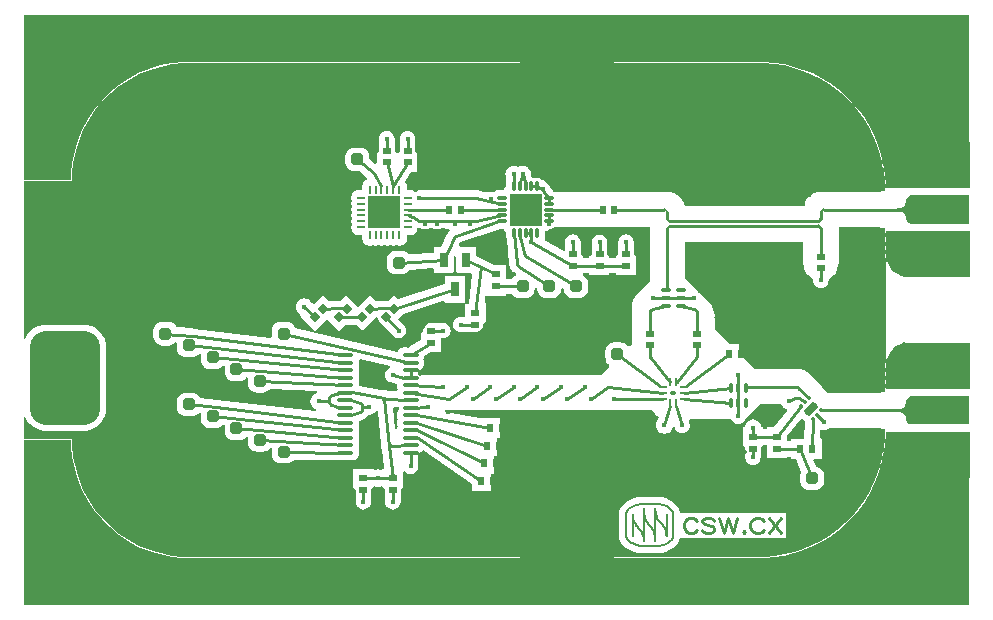
<source format=gtl>
%FSTAX23Y23*%
%MOIN*%
%SFA1B1*%

%IPPOS*%
%AMD13*
4,1,4,0.018000,-0.001300,-0.001300,0.018000,-0.018000,0.001300,0.001300,-0.018000,0.018000,-0.001300,0.0*
%
%AMD15*
4,1,8,-0.022600,-0.005900,0.022600,-0.005900,0.025600,-0.003000,0.025600,0.003000,0.022600,0.005900,-0.022600,0.005900,-0.025600,0.003000,-0.025600,-0.003000,-0.022600,-0.005900,0.0*
1,1,0.005900,-0.022600,-0.003000*
1,1,0.005900,0.022600,-0.003000*
1,1,0.005900,0.022600,0.003000*
1,1,0.005900,-0.022600,0.003000*
%
%AMD16*
4,1,8,0.013800,-0.002500,0.013800,0.002500,0.011300,0.004900,-0.011300,0.004900,-0.013800,0.002500,-0.013800,-0.002500,-0.011300,-0.004900,0.011300,-0.004900,0.013800,-0.002500,0.0*
1,1,0.004920,0.011300,-0.002500*
1,1,0.004920,0.011300,0.002500*
1,1,0.004920,-0.011300,0.002500*
1,1,0.004920,-0.011300,-0.002500*
%
%AMD17*
4,1,8,-0.002500,-0.013800,0.002500,-0.013800,0.004900,-0.011300,0.004900,0.011300,0.002500,0.013800,-0.002500,0.013800,-0.004900,0.011300,-0.004900,-0.011300,-0.002500,-0.013800,0.0*
1,1,0.004920,-0.002500,-0.011300*
1,1,0.004920,0.002500,-0.011300*
1,1,0.004920,0.002500,0.011300*
1,1,0.004920,-0.002500,0.011300*
%
%AMD20*
4,1,8,0.012800,0.005900,-0.012800,0.005900,-0.015700,0.003000,-0.015700,-0.003000,-0.012800,-0.005900,0.012800,-0.005900,0.015700,-0.003000,0.015700,0.003000,0.012800,0.005900,0.0*
1,1,0.005900,0.012800,0.003000*
1,1,0.005900,-0.012800,0.003000*
1,1,0.005900,-0.012800,-0.003000*
1,1,0.005900,0.012800,-0.003000*
%
%AMD21*
4,1,8,0.003100,-0.006600,0.006600,-0.003100,0.006600,0.000400,0.000400,0.006600,-0.003100,0.006600,-0.006600,0.003100,-0.006600,-0.000400,-0.000400,-0.006600,0.003100,-0.006600,0.0*
1,1,0.004920,0.001300,-0.004900*
1,1,0.004920,0.004900,-0.001300*
1,1,0.004920,-0.001300,0.004900*
1,1,0.004920,-0.004900,0.001300*
%
%AMD22*
4,1,8,0.003100,-0.006600,0.006600,-0.003100,0.006600,0.000400,0.000400,0.006600,-0.003100,0.006600,-0.006600,0.003100,-0.006600,-0.000400,-0.000400,-0.006600,0.003100,-0.006600,0.0*
1,1,0.004920,0.001300,-0.004900*
1,1,0.004920,0.004900,-0.001300*
1,1,0.004920,-0.001300,0.004900*
1,1,0.004920,-0.004900,0.001300*
%
%AMD23*
4,1,8,-0.002100,-0.021600,0.021600,0.002100,0.021600,0.011800,0.011800,0.021600,0.002100,0.021600,-0.021600,-0.002100,-0.021600,-0.011800,-0.011800,-0.021600,-0.002100,-0.021600,0.0*
1,1,0.013780,-0.006900,-0.016700*
1,1,0.013780,0.016700,0.006900*
1,1,0.013780,0.006900,0.016700*
1,1,0.013780,-0.016700,-0.006900*
%
%AMD24*
4,1,8,0.002500,0.013800,-0.002500,0.013800,-0.004900,0.011300,-0.004900,-0.011300,-0.002500,-0.013800,0.002500,-0.013800,0.004900,-0.011300,0.004900,0.011300,0.002500,0.013800,0.0*
1,1,0.004920,0.002500,0.011300*
1,1,0.004920,-0.002500,0.011300*
1,1,0.004920,-0.002500,-0.011300*
1,1,0.004920,0.002500,-0.011300*
%
%AMD25*
4,1,8,-0.013800,0.002500,-0.013800,-0.002500,-0.011300,-0.004900,0.011300,-0.004900,0.013800,-0.002500,0.013800,0.002500,0.011300,0.004900,-0.011300,0.004900,-0.013800,0.002500,0.0*
1,1,0.004920,-0.011300,0.002500*
1,1,0.004920,-0.011300,-0.002500*
1,1,0.004920,0.011300,-0.002500*
1,1,0.004920,0.011300,0.002500*
%
%AMD26*
4,1,8,-0.009800,0.003000,-0.009800,-0.003000,-0.006900,-0.005900,0.006900,-0.005900,0.009800,-0.003000,0.009800,0.003000,0.006900,0.005900,-0.006900,0.005900,-0.009800,0.003000,0.0*
1,1,0.005900,-0.006900,0.003000*
1,1,0.005900,-0.006900,-0.003000*
1,1,0.005900,0.006900,-0.003000*
1,1,0.005900,0.006900,0.003000*
%
%AMD27*
4,1,8,0.005900,-0.012800,0.005900,0.012800,0.003000,0.015700,-0.003000,0.015700,-0.005900,0.012800,-0.005900,-0.012800,-0.003000,-0.015700,0.003000,-0.015700,0.005900,-0.012800,0.0*
1,1,0.005900,0.003000,-0.012800*
1,1,0.005900,0.003000,0.012800*
1,1,0.005900,-0.003000,0.012800*
1,1,0.005900,-0.003000,-0.012800*
%
%AMD28*
4,1,8,-0.015700,0.002700,-0.015700,-0.002700,-0.012900,-0.005500,0.012900,-0.005500,0.015700,-0.002700,0.015700,0.002700,0.012900,0.005500,-0.012900,0.005500,-0.015700,0.002700,0.0*
1,1,0.005520,-0.012900,0.002700*
1,1,0.005520,-0.012900,-0.002700*
1,1,0.005520,0.012900,-0.002700*
1,1,0.005520,0.012900,0.002700*
%
%AMD29*
4,1,8,-0.005500,0.012900,-0.005500,-0.012900,-0.002700,-0.015700,0.002700,-0.015700,0.005500,-0.012900,0.005500,0.012900,0.002700,0.015700,-0.002700,0.015700,-0.005500,0.012900,0.0*
1,1,0.005520,-0.002700,0.012900*
1,1,0.005520,-0.002700,-0.012900*
1,1,0.005520,0.002700,-0.012900*
1,1,0.005520,0.002700,0.012900*
%
%AMD59*
4,1,8,-0.019700,0.009800,-0.019700,-0.009800,-0.009800,-0.019700,0.009800,-0.019700,0.019700,-0.009800,0.019700,0.009800,0.009800,0.019700,-0.009800,0.019700,-0.019700,0.009800,0.0*
1,1,0.019680,-0.009800,0.009800*
1,1,0.019680,-0.009800,-0.009800*
1,1,0.019680,0.009800,-0.009800*
1,1,0.019680,0.009800,0.009800*
%
%AMD62*
4,1,8,0.059000,0.157500,-0.059000,0.157500,-0.118100,0.098400,-0.118100,-0.098400,-0.059000,-0.157500,0.059000,-0.157500,0.118100,-0.098400,0.118100,0.098400,0.059000,0.157500,0.0*
1,1,0.118120,0.059000,0.098400*
1,1,0.118120,-0.059000,0.098400*
1,1,0.118120,-0.059000,-0.098400*
1,1,0.118120,0.059000,-0.098400*
%
%ADD11C,0.007870*%
%ADD12R,0.023620X0.027560*%
G04~CAMADD=13~9~0.0~0.0~275.6~236.2~0.0~0.0~0~0.0~0.0~0.0~0.0~0~0.0~0.0~0.0~0.0~0~0.0~0.0~0.0~315.0~360.0~359.0*
%ADD13D13*%
%ADD14R,0.027560X0.023620*%
G04~CAMADD=15~8~0.0~0.0~511.8~118.1~29.5~0.0~15~0.0~0.0~0.0~0.0~0~0.0~0.0~0.0~0.0~0~0.0~0.0~0.0~180.0~512.0~118.0*
%ADD15D15*%
G04~CAMADD=16~8~0.0~0.0~98.4~275.6~24.6~0.0~15~0.0~0.0~0.0~0.0~0~0.0~0.0~0.0~0.0~0~0.0~0.0~0.0~270.0~276.0~98.0*
%ADD16D16*%
G04~CAMADD=17~8~0.0~0.0~98.4~275.6~24.6~0.0~15~0.0~0.0~0.0~0.0~0~0.0~0.0~0.0~0.0~0~0.0~0.0~0.0~180.0~99.0~276.0*
%ADD17D17*%
%ADD18R,0.110240X0.110240*%
%ADD19R,0.027560X0.049210*%
G04~CAMADD=20~8~0.0~0.0~315.0~118.1~29.5~0.0~15~0.0~0.0~0.0~0.0~0~0.0~0.0~0.0~0.0~0~0.0~0.0~0.0~0.0~315.0~118.1*
%ADD20D20*%
G04~CAMADD=21~8~0.0~0.0~98.4~137.8~24.6~0.0~15~0.0~0.0~0.0~0.0~0~0.0~0.0~0.0~0.0~0~0.0~0.0~0.0~225.0~148.0~148.0*
%ADD21D21*%
G04~CAMADD=22~8~0.0~0.0~98.4~137.8~24.6~0.0~15~0.0~0.0~0.0~0.0~0~0.0~0.0~0.0~0.0~0~0.0~0.0~0.0~225.0~148.0~148.0*
%ADD22D22*%
G04~CAMADD=23~8~0.0~0.0~472.4~275.6~68.9~0.0~15~0.0~0.0~0.0~0.0~0~0.0~0.0~0.0~0.0~0~0.0~0.0~0.0~225.0~471.0~471.0*
%ADD23D23*%
G04~CAMADD=24~8~0.0~0.0~98.4~275.6~24.6~0.0~15~0.0~0.0~0.0~0.0~0~0.0~0.0~0.0~0.0~0~0.0~0.0~0.0~0.0~98.4~275.6*
%ADD24D24*%
G04~CAMADD=25~8~0.0~0.0~98.4~275.6~24.6~0.0~15~0.0~0.0~0.0~0.0~0~0.0~0.0~0.0~0.0~0~0.0~0.0~0.0~90.0~276.0~99.0*
%ADD25D25*%
G04~CAMADD=26~8~0.0~0.0~118.1~196.8~29.5~0.0~15~0.0~0.0~0.0~0.0~0~0.0~0.0~0.0~0.0~0~0.0~0.0~0.0~90.0~196.0~118.0*
%ADD26D26*%
G04~CAMADD=27~8~0.0~0.0~315.0~118.1~29.5~0.0~15~0.0~0.0~0.0~0.0~0~0.0~0.0~0.0~0.0~0~0.0~0.0~0.0~270.0~118.0~315.0*
%ADD27D27*%
G04~CAMADD=28~8~0.0~0.0~110.2~313.3~27.6~0.0~15~0.0~0.0~0.0~0.0~0~0.0~0.0~0.0~0.0~0~0.0~0.0~0.0~90.0~314.0~111.0*
%ADD28D28*%
G04~CAMADD=29~8~0.0~0.0~313.3~110.2~27.6~0.0~15~0.0~0.0~0.0~0.0~0~0.0~0.0~0.0~0.0~0~0.0~0.0~0.0~90.0~111.0~314.0*
%ADD29D29*%
%ADD30R,0.106300X0.106300*%
%ADD31C,0.009840*%
%ADD57C,0.011550*%
%ADD58C,0.011540*%
G04~CAMADD=59~8~0.0~0.0~393.7~393.7~98.4~0.0~15~0.0~0.0~0.0~0.0~0~0.0~0.0~0.0~0.0~0~0.0~0.0~0.0~90.0~394.0~394.0*
%ADD59D59*%
%ADD60R,0.196850X0.090550*%
%ADD61C,0.011540*%
G04~CAMADD=62~8~0.0~0.0~2362.2~3149.6~590.6~0.0~15~0.0~0.0~0.0~0.0~0~0.0~0.0~0.0~0.0~0~0.0~0.0~0.0~0.0~2362.2~3149.6*
%ADD62D62*%
%ADD63C,0.314960*%
%ADD64R,0.196850X0.098430*%
%ADD65C,0.017720*%
%ADD66C,0.019680*%
%ADD67C,0.078740*%
%LNmashiro_fs-1*%
%LPD*%
G36*
X03149Y01811D02*
Y01633D01*
Y01543*
X03153*
Y01389*
X02874*
X02873Y01406*
X02871Y01439*
X02865Y01471*
X02858Y01504*
X02847Y01535*
X02835Y01566*
X0282Y01595*
X02803Y01623*
X02783Y0165*
X02762Y01675*
X02738Y01699*
X02713Y0172*
X02686Y0174*
X02658Y01757*
X02629Y01772*
X02598Y01784*
X02567Y01795*
X02534Y01802*
X02502Y01808*
X02469Y0181*
X02452Y01811*
X02992*
X00157*
X00551*
X00531Y0181*
X00493Y01806*
X00455Y01799*
X00418Y01788*
X00382Y01773*
X00348Y01755*
X00316Y01733*
X00286Y01709*
X00259Y01681*
X00234Y01651*
X00213Y01619*
X00195Y01585*
X0018Y01549*
X00169Y01512*
X00161Y01475*
X00157Y01436*
X00157Y01417*
Y01417*
X0*
Y01811*
Y01968*
X03149*
Y01811*
G37*
G36*
X02469Y01806D02*
X02501Y01804D01*
X02534Y01799*
X02566Y01791*
X02597Y01781*
X02627Y01768*
X02656Y01753*
X02684Y01736*
X02711Y01717*
X02736Y01696*
X02759Y01673*
X0278Y01648*
X02799Y01621*
X02816Y01593*
X02831Y01564*
X02844Y01534*
X02854Y01503*
X02862Y01471*
X02867Y01438*
X02869Y01406*
X0287Y0139*
X0287Y01389*
X0287Y01388*
X0287Y01387*
X02871Y01387*
X02871Y01387*
X02871Y01386*
X0287Y01381*
X02869Y01381*
X02839Y01376*
X02836Y01377*
X02824Y01378*
X02657*
X02645Y01377*
X02634Y01373*
X02624Y01368*
X02615Y0136*
X02608Y01351*
X02602Y01341*
X02599Y0133*
X02599Y01329*
X02204*
X02203Y0133*
X022Y01341*
X02195Y01351*
X02187Y0136*
X02178Y01368*
X02168Y01373*
X02157Y01377*
X02145Y01378*
X01768*
X01754Y01395*
X01753Y01396*
X01752Y01397*
X0175Y01399*
X01749Y014*
X01729Y01417*
X01727Y01418*
X01725Y01419*
X01724Y0142*
X01723Y0142*
X01721Y01421*
X01719Y01422*
X01718Y01422*
X01717Y01422*
X01714Y01423*
X01712Y01423*
X01694*
X01691Y01433*
X01692Y01437*
X01691Y01444*
X01688Y01451*
X01683Y01457*
X01677Y01461*
X0167Y01464*
X01663Y01465*
X01655Y01464*
X01648Y01461*
X01648Y01461*
X01648Y01461*
X01641Y01464*
X01633Y01465*
X01626Y01464*
X01619Y01461*
X01613Y01457*
X01608Y01451*
X01606Y01444*
X01605Y01437*
X01606Y01429*
X01608Y01424*
Y01397*
X01604Y01391*
X016*
Y01383*
X01581*
X01575Y01382*
X0157Y0138*
X01567Y01378*
X01534*
X01512Y01383*
X01508Y01383*
X01504Y01383*
X01322*
X01315Y01383*
X01309Y0138*
X01306Y01378*
X01304*
X01302Y0138*
X01296Y01382*
X0129Y01383*
X01276*
Y01397*
X01276Y01402*
X01273Y01408*
X01271Y01411*
X0129Y01444*
X01312*
Y01507*
X01309*
X01304Y01513*
X01305Y01515*
Y01555*
X01304Y01561*
X01301Y01567*
X01297Y01573*
X01292Y01577*
X01286Y01579*
X01279Y0158*
X01272Y01579*
X01266Y01577*
X01261Y01573*
X01257Y01567*
X01254Y01561*
X01253Y01555*
Y01515*
X01254Y01513*
X01251Y0151*
X01246Y01507*
X01244*
X01239Y0151*
X01236Y01513*
X01236Y01515*
Y01555*
X01235Y01561*
X01232Y01567*
X01228Y01573*
X01223Y01577*
X01217Y01579*
X0121Y0158*
X01203Y01579*
X01197Y01577*
X01192Y01573*
X01188Y01567*
X01185Y01561*
X01184Y01555*
Y01515*
X01185Y01513*
X0118Y01507*
X01177*
Y01472*
X01171Y01469*
X01151Y01486*
Y01496*
X0115Y01503*
X01147Y0151*
X01143Y01517*
X01136Y01521*
X01129Y01524*
X01122Y01525*
X01102*
X01094Y01524*
X01087Y01521*
X01081Y01517*
X01076Y0151*
X01073Y01503*
X01072Y01496*
Y01476*
X01073Y01468*
X01076Y01461*
X01081Y01455*
X01087Y0145*
X01094Y01447*
X01102Y01446*
X01119*
X01145Y01424*
X01145Y01421*
X01144Y01418*
X01139Y01416*
X01135Y01412*
X01131Y01408*
X01129Y01402*
X01128Y01397*
Y01383*
X01114*
X01108Y01382*
X01103Y0138*
X01098Y01376*
X01095Y01371*
X01093Y01366*
X01092Y0136*
Y01355*
X01093Y0135*
X01093Y01348*
X01093Y01346*
X01092Y01341*
Y01336*
X01093Y0133*
X01093Y01328*
X01093Y01327*
X01092Y01321*
Y01316*
X01093Y0131*
X01093Y01309*
X01093Y01307*
X01092Y01301*
Y01296*
X01093Y0129*
X01093Y01289*
X01093Y01287*
X01092Y01281*
Y01277*
X01093Y01271*
X01093Y01269*
X01093Y01268*
X01092Y01262*
Y01257*
X01093Y01251*
X01095Y01246*
X01098Y01241*
X01103Y01238*
X01108Y01235*
X01114Y01235*
X01128*
Y0122*
X01129Y01215*
X01131Y01209*
X01135Y01205*
X01139Y01201*
X01145Y01199*
X01151Y01198*
X01156*
X01161Y01199*
X01163Y012*
X01164Y01199*
X0117Y01198*
X01175*
X01181Y01199*
X01183Y012*
X01184Y01199*
X0119Y01198*
X01195*
X01201Y01199*
X01202Y012*
X01204Y01199*
X0121Y01198*
X01215*
X0122Y01199*
X01222Y012*
X01224Y01199*
X01229Y01198*
X01234*
X0124Y01199*
X01242Y012*
X01243Y01199*
X01249Y01198*
X01254*
X0126Y01199*
X01265Y01201*
X0127Y01205*
X01273Y01209*
X01276Y01215*
X01276Y0122*
Y01235*
X0129*
X01296Y01235*
X01302Y01238*
X01306Y01241*
X0131Y01246*
X01312Y01251*
X01312Y01254*
X01322Y01253*
Y01253*
X01417*
X01419Y01247*
X01418Y01247*
X01413Y01239*
X01412Y01237*
X01411Y01236*
X01392Y01195*
X01366*
Y01175*
X01283Y01169*
X0128Y01172*
X01274Y01177*
X01267Y0118*
X01259Y01181*
X0124*
X01232Y0118*
X01225Y01177*
X01219Y01172*
X01214Y01166*
X01211Y01159*
X0121Y01151*
Y01131*
X01211Y01124*
X01214Y01117*
X01219Y0111*
X01225Y01106*
X01232Y01103*
X0124Y01102*
X01259*
X01267Y01103*
X01274Y01106*
X0128Y0111*
X01285Y01117*
X01286Y01118*
X01361Y01123*
X01366Y01119*
Y01107*
X01433*
Y01161*
X01435Y01163*
X0144Y01161*
Y01107*
X01491*
X01495Y01102*
X01483Y01005*
X01477*
X01476*
X01474Y01006*
X01471Y01008*
X0147Y0101*
X0147Y01012*
Y01013*
Y01097*
X01403*
Y01069*
X01247Y01019*
X01233Y01034*
X01213Y01014*
X01206Y01015*
X01206Y01014*
X01205Y01015*
X01204Y01015*
X01204*
X01174Y01014*
X01154Y01034*
X01114Y00994*
X01075Y01034*
X01056Y01014*
X01048Y01015*
X01048Y01014*
X01047Y01015*
X01046Y01015*
X01046*
X01016Y01014*
X00996Y01034*
X00967Y01004*
X0096Y01006*
X00959Y01008*
X00955Y01014*
X00949Y01019*
X00942Y01021*
X00935Y01022*
X00927Y01021*
X0092Y01019*
X00914Y01014*
X0091Y01008*
X00907Y01001*
X00906Y00994*
X00907Y00986*
X0091Y00979*
X00914Y00973*
X0092Y00969*
X00922Y00968*
X00924Y00961*
X00971Y00914*
X00999Y00942*
X01011Y00953*
X0105Y00914*
X01069Y00934*
X01077Y00933*
X01077*
X01078Y00933*
X01079Y00933*
X01084Y00933*
X01109Y00934*
X01129Y00914*
X01157Y00942*
X01175Y0096*
X01181Y00958*
X01181Y00954*
X01184Y00948*
X01188Y00942*
X01231Y00897*
X01236Y00893*
X01242Y0089*
X01249Y00889*
X01256Y0089*
X01262Y00892*
X01267Y00896*
X01271Y00902*
X01274Y00908*
X01275Y00914*
X01274Y00921*
X01272Y00927*
X01268Y00933*
X01247Y00954*
X01264Y0097*
X01398Y01013*
X01403Y0101*
Y01008*
X01465*
X01466*
X01468Y01008*
X01471Y01006*
X01472Y01004*
X01472Y01002*
Y01001*
Y0096*
X01456*
X0145Y00959*
X01443Y00957*
X01438Y00953*
X01434Y00947*
X01431Y00941*
X01431Y00935*
X01431Y00928*
X01434Y00922*
X01438Y00916*
X01443Y00912*
X0145Y0091*
X01456Y00909*
X01505*
X01512Y0091*
X01518Y00912*
X01524Y00916*
X01528Y00922*
X0153Y00928*
X01531Y00935*
X01531Y00937*
X01536Y00942*
X01539*
Y01005*
X01536Y01009*
X01538Y01031*
X01541Y01031*
X01608*
Y01037*
X01628*
X01632Y01032*
X01638Y01027*
X01645Y01024*
X01653Y01023*
X01673*
X0168Y01024*
X01688Y01027*
X01694Y01032*
X01699Y01038*
X01702Y01045*
X01703Y01053*
Y01057*
X01708Y0106*
X01712Y01057*
Y01053*
X01713Y01045*
X01716Y01038*
X01721Y01032*
X01727Y01027*
X01734Y01024*
X01742Y01023*
X01761*
X01769Y01024*
X01776Y01027*
X01782Y01032*
X01787Y01038*
X0179Y01045*
X01791Y01053*
Y01055*
X01796Y01057*
X018Y01055*
Y01053*
X01801Y01045*
X01804Y01038*
X01809Y01032*
X01815Y01027*
X01823Y01024*
X0183Y01023*
X0185*
X01858Y01024*
X01865Y01027*
X01871Y01032*
X01876Y01038*
X01879Y01045*
X0188Y01053*
Y01072*
X01879Y0108*
X01876Y01087*
X01871Y01093*
X01868Y01096*
X01864Y011*
X01864Y01106*
X01885*
Y011*
X01952*
Y01106*
X01974*
Y011*
X02041*
Y01163*
X02038*
X02033Y01169*
X02033Y01171*
Y0121*
X02032Y01217*
X0203Y01223*
X02026Y01228*
X0202Y01232*
X02014Y01235*
X02007Y01236*
X02001Y01235*
X01995Y01232*
X01989Y01228*
X01985Y01223*
X01983Y01217*
X01982Y0121*
Y01171*
X01982Y01169*
X01977Y01163*
X01974*
Y01157*
X01952*
Y01163*
X01949*
X01944Y01169*
X01944Y01171*
Y0121*
X01944Y01217*
X01941Y01223*
X01937Y01228*
X01932Y01232*
X01925Y01235*
X01919Y01236*
X01912Y01235*
X01906Y01232*
X01901Y01228*
X01897Y01223*
X01894Y01217*
X01893Y0121*
Y01171*
X01893Y01169*
X01888Y01163*
X01885*
Y01157*
X01864*
Y01163*
X01861*
X01856Y01169*
X01856Y01171*
Y0121*
X01855Y01217*
X01852Y01223*
X01848Y01228*
X01843Y01232*
X01837Y01235*
X0183Y01236*
X01824Y01235*
X01817Y01232*
X01812Y01228*
X01808Y01223*
X01805Y01217*
X01805Y0121*
Y01182*
X01799Y01179*
X01735Y01216*
X01737Y01221*
X01737Y01227*
Y01246*
X01746*
Y0125*
X0175Y01254*
X01751Y01253*
X01758Y01254*
X01764Y01257*
X01767Y01259*
X02086*
Y01077*
X02062Y01053*
X02044Y01036*
X02037Y01027*
X02031Y01016*
X02028Y01005*
X02027Y00994*
X02027Y00989*
X02027Y00984*
Y00964*
Y00925*
Y00871*
X02019Y00862*
X02011Y00864*
X02009Y00867*
X02003Y00872*
X01995Y00875*
X01988Y00876*
X01968*
X0196Y00875*
X01953Y00872*
X01947Y00867*
X01942Y00861*
X01939Y00854*
X01938Y00846*
Y00826*
X01939Y00819*
X01942Y00811*
X01947Y00805*
X0195Y00803*
X01952Y00795*
X01926Y0077*
X01924Y00768*
X01338*
X01327Y00766*
X0132Y00765*
X01315Y00769*
Y00783*
X01317Y00783*
X01323Y00785*
X01328Y00789*
X01331Y00794*
X01334Y00799*
X01334Y00805*
Y00811*
X01334Y00817*
X01332Y00821*
X01334Y00824*
X01334Y0083*
Y00831*
X01356Y00844*
X01391*
Y00889*
X01397*
X01404Y0089*
X0141Y00893*
X01415Y00897*
X01419Y00902*
X01422Y00908*
X01423Y00915*
X01422Y00922*
X01419Y00928*
X01415Y00933*
X0141Y00937*
X01404Y0094*
X01397Y00941*
X01358*
X01351Y0094*
X01345Y00937*
X0134Y00933*
X01336Y00928*
X01333Y00922*
X01332Y00915*
X01332Y00913*
X01327Y00907*
X01324*
Y00885*
X01282Y00859*
X01266*
X0126Y00858*
X01255Y00856*
X0125Y00852*
X01246Y00848*
X01245Y00845*
X00904Y00923*
X00904Y00923*
X00901Y0093*
X00897Y00936*
X0089Y00941*
X00883Y00944*
X00875Y00945*
X00856*
X00848Y00944*
X00841Y00941*
X00835Y00936*
X0083Y0093*
X00827Y00923*
X00826Y00915*
Y00895*
X00826Y00894*
X00821Y0089*
X00566Y00921*
X00566Y00921*
X00565Y00922*
X00509Y00927*
X00508Y0093*
X00503Y00936*
X00497Y00941*
X00489Y00944*
X00482Y00945*
X00462*
X00454Y00944*
X00447Y00941*
X00441Y00936*
X00436Y0093*
X00433Y00923*
X00432Y00915*
Y00895*
X00433Y00887*
X00436Y0088*
X00441Y00874*
X00447Y00869*
X00454Y00866*
X00462Y00865*
X00482*
X00489Y00866*
X00497Y00869*
X00503Y00874*
X00504Y00876*
X00511Y00875*
Y00856*
X00512Y00848*
X00515Y00841*
X0052Y00835*
X00526Y0083*
X00533Y00827*
X00541Y00826*
X00561*
X00568Y00827*
X00575Y0083*
X00582Y00835*
X00583Y00837*
X0059Y00836*
Y00816*
X00591Y00809*
X00594Y00802*
X00599Y00795*
X00605Y00791*
X00612Y00788*
X0062Y00787*
X00639*
X00647Y00788*
X00654Y00791*
X0066Y00795*
X00662Y00797*
X00669Y00797*
Y00777*
X0067Y00769*
X00673Y00762*
X00677Y00756*
X00683Y00751*
X00691Y00748*
X00698Y00747*
X00718*
X00726Y00748*
X00733Y00751*
X00739Y00756*
X00741Y00759*
X00747Y00758*
X00747Y00757*
Y00738*
X00748Y0073*
X00751Y00723*
X00756Y00717*
X00762Y00712*
X00769Y00709*
X00777Y00708*
X00797*
X00804Y00709*
X00812Y00712*
X00818Y00717*
X0082Y0072*
X00976Y00712*
X00976Y00706*
X00969Y00704*
X00963Y00699*
X00959Y00693*
X00956Y00686*
X00955Y00679*
X00956Y00671*
X00959Y00664*
X00963Y00658*
X00969Y00654*
X00974Y00652*
X00973Y00646*
X00645Y00685*
X00644Y00685*
X00644Y00685*
X00587Y00691*
X00586Y00694*
X00582Y007*
X00575Y00704*
X00568Y00707*
X00561Y00708*
X00541*
X00533Y00707*
X00526Y00704*
X0052Y007*
X00515Y00694*
X00512Y00686*
X00511Y00679*
Y00659*
X00512Y00651*
X00515Y00644*
X0052Y00638*
X00526Y00633*
X00533Y0063*
X00541Y00629*
X00561*
X00568Y0063*
X00575Y00633*
X00582Y00638*
X00583Y0064*
X0059Y00639*
Y0062*
X00591Y00612*
X00594Y00605*
X00599Y00599*
X00605Y00594*
X00612Y00591*
X0062Y0059*
X00639*
X00647Y00591*
X00654Y00594*
X0066Y00599*
X00662Y006*
X00669Y006*
Y0058*
X0067Y00573*
X00673Y00565*
X00677Y00559*
X00683Y00554*
X00691Y00551*
X00698Y0055*
X00718*
X00726Y00551*
X00733Y00554*
X00739Y00559*
X00741Y00561*
X00747Y00561*
X00747Y00561*
Y00541*
X00748Y00533*
X00751Y00526*
X00756Y0052*
X00762Y00515*
X00769Y00512*
X00777Y00511*
X00797*
X00804Y00512*
X00812Y00515*
X00818Y0052*
X00819Y00522*
X00826Y00522*
X00826Y00521*
Y00501*
X00827Y00494*
X0083Y00487*
X00835Y0048*
X00841Y00476*
X00848Y00473*
X00856Y00472*
X00875*
X00883Y00473*
X0089Y00476*
X00897Y0048*
X009Y00485*
X01046Y00483*
X0105Y00482*
X01095*
X01101Y00483*
X01106Y00485*
X01111Y00489*
X01115Y00494*
X01117Y00499*
X01118Y00505*
Y00511*
X01117Y00517*
X01116Y00521*
X01117Y00524*
X01118Y0053*
Y00536*
X01117Y00542*
X01116Y00546*
X01117Y00549*
X01118Y00555*
Y00561*
X01117Y00567*
X01116Y00571*
X01117Y00574*
X01118Y0058*
Y00586*
X01117Y00592*
X01116Y00596*
X01117Y00599*
X01118Y00605*
Y00611*
X01117Y00615*
X01127Y00618*
X01129Y00619*
X01134Y00621*
X01143Y00627*
X01147Y00634*
X01149Y00633*
X01155Y00634*
X01162Y00636*
X01167Y00639*
X01172Y00644*
X01174Y00647*
X0118Y00646*
X01192Y00535*
X01191Y00531*
X01192Y00524*
X01193Y00521*
X012Y00458*
X01196Y00454*
X01192Y0045*
X0119Y0045*
X01188Y00451*
X01181Y00452*
X01173Y00451*
X01171Y0045*
X01165Y00453*
Y00454*
X01098*
Y00391*
X01101*
X01106Y00385*
X01106Y00383*
Y00344*
X01107Y00337*
X01109Y00331*
X01113Y00326*
X01119Y00322*
X01125Y00319*
X01131Y00318*
X01138Y00319*
X01144Y00322*
X0115Y00326*
X01154Y00331*
X01156Y00337*
X01157Y00344*
Y00383*
X01157Y00385*
X01162Y00391*
X01165*
Y00392*
X01171Y00396*
X01173Y00395*
X01181Y00394*
X01188Y00395*
X0119Y00396*
X01196Y00392*
Y00391*
X01199*
X01204Y00385*
X01204Y00383*
Y00344*
X01205Y00337*
X01208Y00331*
X01212Y00326*
X01217Y00322*
X01223Y00319*
X0123Y00318*
X01236Y00319*
X01243Y00322*
X01248Y00326*
X01252Y00331*
X01255Y00337*
X01256Y00344*
Y00383*
X01255Y00385*
X0126Y00391*
X01263*
Y00444*
X01269Y00446*
X01271Y00444*
X01276Y0044*
X01282Y00437*
X01289Y00436*
X01296Y00437*
X01302Y0044*
X01307Y00444*
X01311Y00449*
X01314Y00455*
X01315Y00462*
Y00501*
X01314Y00508*
X01317Y00508*
X01323Y0051*
X01328Y00514*
X01329Y00516*
X01494Y00403*
Y00379*
X01557*
Y00438*
X01566*
Y00498*
X01576*
Y00557*
X01586*
Y00624*
X01523*
X01521Y00622*
X01403Y00643*
X01403Y00649*
X02094*
X02096Y00646*
X02103Y00637*
X02112Y00629*
X02117Y00627*
X02114Y00619*
X0211Y00614*
X02108Y00607*
X02107Y006*
X02108Y00592*
X0211Y00586*
X02115Y0058*
X02121Y00575*
X02128Y00572*
X02135Y00571*
X02143Y00572*
X0215Y00575*
X02156Y0058*
X0216Y00586*
X02163Y00592*
X02163Y00594*
X02169Y00594*
X0217Y00593*
X02172Y00586*
X02177Y00581*
X02182Y00577*
X02188Y00575*
X02195Y00574*
X02202Y00575*
X02208Y00578*
X02213Y00582*
X02217Y00588*
X02219Y00594*
X0222Y00601*
X02219Y00607*
X02217Y00615*
X0222Y00619*
X02358*
X02359Y00617*
X02363Y00611*
X02369Y00607*
X02375Y00605*
X02381Y00604*
X02388Y00605*
X02394Y00607*
X024Y00611*
X02404Y00617*
X02406Y00623*
X02407Y00625*
X02414Y00629*
X02423Y00637*
X02455Y00669*
X02525*
X02526Y00667*
X0253Y00661*
X02535Y00657*
X02541Y00654*
X02543Y00654*
X02545Y00647*
X02501Y00592*
X02476*
Y00586*
X02464*
Y00592*
X02459*
X02458Y00598*
X02456Y00604*
X02451Y0061*
X02445Y00615*
X02438Y00618*
X02431Y00619*
X02423Y00618*
X02416Y00615*
X0241Y0061*
X02406Y00604*
X02403Y00598*
X02402Y00592*
X02397*
Y00529*
X024*
X02405Y00523*
X02405Y00521*
Y00492*
X02406Y00485*
X02408Y00479*
X02412Y00473*
X02418Y00469*
X02424Y00467*
X02431Y00466*
X02437Y00467*
X02443Y00469*
X02449Y00473*
X02453Y00479*
X02455Y00485*
X02456Y00492*
Y00521*
X02456Y00523*
X02461Y00529*
X02464*
Y00535*
X02476*
Y0049*
X02543*
Y00495*
X02557*
Y00488*
X02574*
X02591Y00445*
X02589Y0044*
X02588Y00433*
Y00413*
X02589Y00405*
X02592Y00398*
X02597Y00392*
X02603Y00387*
X0261Y00384*
X02618Y00383*
X02637*
X02645Y00384*
X02652Y00387*
X02658Y00392*
X02663Y00398*
X02666Y00405*
X02667Y00413*
Y00433*
X02666Y0044*
X02663Y00447*
X02658Y00454*
X02652Y00458*
X02645Y00461*
X02639Y00462*
X02631Y00483*
X02634Y00488*
X02659*
Y00555*
X02658*
X02654Y00559*
X02654Y00582*
X02658Y00585*
X0266Y00585*
X02666Y00584*
X02673Y00585*
X02679Y00587*
X02683Y0059*
X02834*
X02845Y00591*
X0287Y00587*
X02871Y00584*
X02871Y00581*
X02871Y00581*
X0287Y0058*
X0287Y00579*
X0287Y00579*
X0287Y00578*
X02869Y00562*
X02867Y00529*
X02862Y00497*
X02854Y00465*
X02844Y00434*
X02831Y00403*
X02816Y00374*
X02799Y00346*
X0278Y0032*
X02759Y00295*
X02736Y00272*
X02711Y0025*
X02684Y00231*
X02656Y00214*
X02627Y00199*
X02597Y00187*
X02566Y00176*
X02534Y00169*
X02501Y00164*
X02469Y00161*
X02452Y00161*
X00551*
X00532Y00161*
X00493Y00165*
X00456Y00173*
X00419Y00184*
X00384Y00198*
X0035Y00216*
X00318Y00238*
X00289Y00262*
X00262Y00289*
X00238Y00318*
X00216Y0035*
X00198Y00384*
X00184Y00419*
X00173Y00456*
X00165Y00493*
X00161Y00532*
X00161Y00551*
Y00551*
Y00551*
X00161Y00551*
X0016Y00552*
X0016Y00553*
X0016Y00553*
X0016Y00553*
X00157Y00555*
X0*
Y00626*
X00005Y00628*
X00005Y00628*
X00012Y00615*
X00022Y00603*
X00034Y00593*
X00048Y00586*
X00063Y00581*
X00078Y0058*
X00196*
X00212Y00581*
X00227Y00586*
X0024Y00593*
X00252Y00603*
X00262Y00615*
X00269Y00629*
X00274Y00644*
X00275Y00659*
Y00856*
X00274Y00871*
X00269Y00886*
X00262Y009*
X00252Y00912*
X0024Y00922*
X00227Y00929*
X00212Y00933*
X00196Y00935*
X00078*
X00063Y00933*
X00048Y00929*
X00034Y00922*
X00022Y00912*
X00012Y009*
X00005Y00887*
X00005Y00886*
X0Y00889*
Y01413*
X00157*
X00157*
X0016Y01414*
X0016Y01414*
X0016Y01414*
X0016Y01415*
X00161Y01417*
X00161Y01417*
X00161Y01436*
X00165Y01474*
X00173Y01512*
X00184Y01548*
X00198Y01584*
X00216Y01617*
X00238Y01649*
X00262Y01679*
X00289Y01706*
X00318Y0173*
X0035Y01751*
X00384Y01769*
X00419Y01784*
X00456Y01795*
X00493Y01802*
X00532Y01806*
X00551Y01807*
X02452*
X02469Y01806*
G37*
G36*
X01224Y01352D02*
X01224D01*
X01227Y01346*
X01224Y01341*
X01221Y0133*
X0122Y01318*
X01221Y01307*
X01224Y01296*
X0123Y01285*
X01237Y01276*
X01241Y01273*
X01241Y01266*
X01238Y01265*
X01234Y01265*
X01229*
X01224Y01265*
X01222Y01264*
X0122Y01265*
X01215Y01265*
X0121*
X01204Y01265*
X01202Y01264*
X01201Y01265*
X01195Y01265*
X0119*
X01184Y01265*
X01183Y01264*
X01181Y01265*
X01175Y01265*
X0117*
X01164Y01265*
X01164Y01265*
X0116Y01266*
X01158Y01271*
X01158Y01271*
X01159Y01277*
Y01281*
X01158Y01287*
X01158Y01289*
X01158Y0129*
X01159Y01296*
Y01301*
X01158Y01307*
X01158Y01309*
X01158Y0131*
X01159Y01316*
Y01321*
X01158Y01327*
X01158Y01328*
X01158Y0133*
X01159Y01336*
Y01341*
X01158Y01346*
X01158Y01347*
X0116Y01351*
X01164Y01353*
X01164Y01352*
X0117Y01352*
X01175*
X01181Y01352*
X01183Y01353*
X01184Y01352*
X0119Y01352*
X01195*
X01201Y01352*
X01202Y01353*
X01204Y01352*
X0121Y01352*
X01215*
X0122Y01352*
X01222Y01353*
X01224Y01352*
G37*
G36*
X02667Y01324D02*
X02667Y01324D01*
Y01313*
X02667Y01313*
X02663*
Y01309*
X02657Y01309*
X02651*
Y01311*
X02664Y01324*
X02667*
G37*
G36*
X02138D02*
X02151Y01311D01*
Y01309*
X02145*
X02139Y01309*
Y01313*
X02135*
X02135Y01313*
Y01324*
X02135Y01324*
X02138*
G37*
G36*
X02651Y01289D02*
X02663D01*
X02663Y01289*
Y01286*
X0265Y01273*
X02647*
Y01279*
X02647Y01285*
X02651*
Y01289*
X02651Y01289*
G37*
G36*
X02151Y01285D02*
X02155D01*
X02155Y01279*
Y01273*
X02153*
X02139Y01286*
Y01289*
X02139Y01289*
X02151*
X02151Y01289*
Y01285*
G37*
G36*
X03149Y01318D02*
Y01271D01*
X02956*
X02949Y01274*
X02943Y0128*
X0294Y01287*
Y01291*
X0294Y01295*
X02937Y01303*
X02931Y01309*
X02922Y01313*
X02918Y01313*
X02909*
Y01318*
Y01324*
X02918*
X02922Y01324*
X02931Y01327*
X02937Y01334*
X0294Y01342*
X0294Y01346*
Y0135*
X02943Y01357*
X02949Y01363*
X02956Y01366*
X03149*
Y01318*
G37*
G36*
X02155Y01263D02*
X02155Y01258D01*
X02151*
Y01253*
X02151Y01253*
X02139*
X02139Y01253*
Y01256*
X02153Y01269*
X02155*
Y01263*
G37*
G36*
X02663Y01256D02*
Y01253D01*
X02663Y01253*
X02651*
X02651Y01253*
Y01258*
X02647*
X02647Y01263*
Y01269*
X0265*
X02663Y01256*
G37*
G36*
X03153Y01094D02*
X02945D01*
X02938*
X02925Y01097*
X02913Y01102*
X02902Y01109*
X02897Y01114*
X02892Y01119*
X02883Y01133*
X02877Y01147*
X02874Y01163*
Y01171*
Y01248*
X03153*
Y01094*
G37*
G36*
X016Y01246D02*
X01604D01*
X01608Y0124*
X01608Y01237*
X01608Y01235*
Y01227*
X01609Y01221*
X0161Y01219*
X01618Y01137*
X01618Y01136*
X01618Y01135*
X01619Y01131*
X01622Y01122*
X01628Y01115*
X01632Y01111*
X01634Y0111*
X01641Y01106*
X0164Y01099*
X01638Y01098*
X01632Y01093*
X01628Y01088*
X01608*
Y01133*
X01568*
X01535Y0115*
X01507Y01163*
Y01195*
X01454*
X01451Y012*
X01455Y01209*
X01589Y01254*
X016*
Y01246*
G37*
G36*
X0287Y01256D02*
X02871Y0125D01*
X02871Y0125*
X0287Y01248*
Y01247*
Y01171*
Y01163*
X0287Y01162*
X0287Y01162*
X02873Y01146*
X02873Y01146*
Y01146*
X02874Y01145*
Y00823*
X02873Y00822*
Y00821*
X02873Y00821*
X0287Y00805*
X0287Y00805*
X0287Y00805*
Y00797*
Y0072*
Y0072*
X02871Y00718*
X02871Y00717*
X0287Y00711*
X02845Y00707*
X02834Y00708*
X02682*
X02662Y00728*
X0262Y0077*
X02611Y00777*
X02601Y00783*
X0259Y00786*
X02578Y00787*
X02436*
X02383Y00839*
Y0087*
X02353*
X02303Y0092*
Y00954*
X02302Y00959*
X02303Y00964*
X02302Y00976*
X02298Y00987*
X02293Y00997*
X02286Y01006*
X02256Y01035*
X02256Y01036*
X02252Y01041*
X02247Y01045*
X02246Y01046*
X02205Y01087*
Y0121*
X02598*
Y01141*
X02599Y0113*
X02602Y01119*
X02608Y01108*
X02615Y01099*
X02624Y01092*
X02631Y01088*
Y01082*
X02632Y01076*
X02635Y01069*
X02639Y01064*
X02644Y0106*
X0265Y01057*
X02657Y01057*
X02664Y01057*
X0267Y0106*
X02675Y01064*
X02679Y01069*
X02682Y01076*
X02683Y01082*
Y01088*
X0269Y01092*
X02699Y01099*
X02706Y01108*
X02712Y01119*
X02715Y0113*
X02716Y01141*
Y01259*
X02824*
X02836Y0126*
X02839Y01261*
X0287Y01256*
G37*
G36*
X03153Y0072D02*
X02874D01*
Y00797*
Y00805*
X02877Y0082*
X02883Y00835*
X02892Y00848*
X02897Y00854*
X02902Y00859*
X02913Y00866*
X02925Y00871*
X02938Y00874*
X03153*
Y0072*
G37*
G36*
X01221Y00797D02*
X01221Y00791D01*
X01217Y00789*
X01211Y00785*
X01207Y0078*
X01205Y00774*
X01204Y00767*
X01205Y0076*
X01208Y00754*
X01212Y00749*
X01217Y00745*
X01223Y00742*
X01244Y00737*
X01243Y00736*
Y0073*
X01244Y00724*
X01246Y00721*
X01244Y00717*
X01243Y00712*
X01215Y00713*
X01215Y00713*
X01208Y00716*
X012Y00717*
X01193Y00716*
X01192Y00716*
X01118Y0073*
Y00736*
X01117Y00742*
X01116Y00746*
X01117Y00749*
X01118Y00755*
Y00761*
X01117Y00767*
X01116Y00771*
X01117Y00774*
X01118Y0078*
Y00786*
X01117Y00792*
X01116Y00796*
X01117Y00799*
X01118Y00805*
Y00811*
X01117Y00815*
X01121Y00819*
X01122Y0082*
X01221Y00797*
G37*
G36*
X03149Y00649D02*
Y00602D01*
X02956*
X02949Y00605*
X02943Y0061*
X0294Y00618*
Y00622*
X0294Y00626*
X02937Y00634*
X02931Y0064*
X02922Y00643*
X02918Y00644*
X02909*
Y00649*
Y00654*
X02918*
X02922Y00655*
X02931Y00658*
X02937Y00664*
X0294Y00672*
X0294Y00677*
Y00681*
X02943Y00688*
X02949Y00693*
X02956Y00696*
X03149*
Y00649*
G37*
G36*
X0125Y0066D02*
X01252Y00654D01*
X0125Y00652*
X01246Y00648*
X01244Y00642*
X01243Y00636*
Y0063*
X01244Y00624*
X01246Y00621*
X01244Y00617*
X01243Y00611*
Y00605*
X01244Y00599*
X01246Y00596*
X01244Y00592*
X01244Y00588*
X01238Y00588*
X0123Y00656*
X01234Y00661*
X0125Y0066*
G37*
G36*
X02597Y0062D02*
X02603Y00615D01*
X02603Y00615*
X02602Y00555*
X02557*
Y00547*
X02543*
Y00562*
X02589Y00621*
X02595Y00621*
X02597Y0062*
G37*
G36*
X02874Y00578D02*
X03153D01*
Y00425*
X03149*
Y00157*
Y0*
X0*
Y00157*
Y00551*
X00157*
X00157Y00531*
X00161Y00493*
X00169Y00455*
X0018Y00418*
X00195Y00382*
X00213Y00348*
X00234Y00316*
X00259Y00286*
X00286Y00259*
X00316Y00234*
X00348Y00213*
X00382Y00195*
X00418Y0018*
X00455Y00169*
X00493Y00161*
X00531Y00157*
X00551Y00157*
X00157*
X03149*
X02452*
X02469Y00157*
X02502Y0016*
X02534Y00165*
X02567Y00173*
X02598Y00183*
X02629Y00196*
X02658Y00211*
X02686Y00228*
X02713Y00247*
X02738Y00269*
X02762Y00292*
X02783Y00317*
X02803Y00344*
X0282Y00372*
X02835Y00402*
X02847Y00432*
X02858Y00464*
X02865Y00496*
X02871Y00529*
X02873Y00562*
X02874Y00578*
G37*
%LNmashiro_fs-2*%
%LPC*%
G36*
X0206Y00361D02*
D01*
X02046Y0036*
X02033Y00356*
X0202Y00351*
X02008Y00344*
X01997Y00335*
X01998Y00335*
X01991Y00327*
X01987Y00319*
X01984Y0031*
X01983Y003*
X01983*
Y00265*
Y00234*
X01983*
X01984Y00225*
X01987Y00215*
X01991Y00207*
X01998Y002*
X01997Y002*
X02008Y00191*
X0202Y00183*
X02033Y00178*
X02046Y00175*
X0206Y00174*
Y00174*
X02112*
Y00174*
X02126Y00175*
X02139Y00178*
X02152Y00183*
X02164Y00191*
X02175Y002*
X02175Y002*
X02181Y00207*
X02185Y00215*
X02188Y00224*
X02539*
Y00306*
X02188*
X02188Y0031*
X02185Y00319*
X02181Y00327*
X02175Y00335*
X02175Y00335*
X02164Y00344*
X02152Y00351*
X02139Y00356*
X02126Y0036*
X02112Y00361*
Y00361*
X02066*
X0206Y00361*
G37*
%LNmashiro_fs-3*%
%LPD*%
G54D11*
X02105Y0022D02*
D01*
X02105Y00224*
X02104Y00229*
X02104Y00233*
X02102Y00238*
X02101Y00242*
X02099Y00246*
X02097Y0025*
X02095Y00254*
X02093Y00258*
X0209Y00261*
X02087Y00264*
X02086Y00265*
X0206Y00337D02*
D01*
X02056Y00337*
X02051Y00336*
X02047Y00335*
X02042Y00334*
X02038Y00333*
X02034Y00331*
X0203Y00329*
X02026Y00327*
X02022Y00324*
X02019Y00322*
X02015Y00319*
X02014Y00318*
D01*
X02013Y00317*
X02012Y00315*
X02011Y00314*
X0201Y00312*
X02009Y00311*
X02009Y00309*
X02008Y00307*
X02008Y00306*
X02007Y00304*
X02007Y00302*
X02007Y003*
X02007Y003*
X02014Y00216D02*
D01*
X02018Y00213*
X02021Y00211*
X02025Y00208*
X02029Y00206*
X02033Y00204*
X02037Y00202*
X02041Y002*
X02046Y00199*
X0205Y00198*
X02055Y00198*
X02059Y00197*
X0206Y00197*
X02007Y00234D02*
D01*
X02007Y00232*
X02007Y00231*
X02008Y00229*
X02008Y00227*
X02009Y00226*
X02009Y00224*
X0201Y00222*
X02011Y00221*
X02012Y00219*
X02013Y00218*
X02014Y00217*
X02014Y00216*
X02067Y00311D02*
D01*
X02067Y00306*
X02068Y00302*
X02069Y00297*
X0207Y00293*
X02071Y00289*
X02073Y00285*
X02075Y00281*
X02077Y00277*
X0208Y00273*
X02082Y00269*
X02085Y00266*
X02086Y00265*
X0203Y00303D02*
D01*
X0203Y00298*
X0203Y00294*
X02031Y0029*
X02032Y00285*
X02033Y00281*
X02035Y00277*
X02037Y00273*
X02039Y00269*
X02042Y00265*
X02045Y00262*
X02047Y00259*
X02048Y00258*
X02143Y00231D02*
D01*
X02142Y00235*
X02142Y00239*
X02141Y00243*
X0214Y00246*
X02139Y0025*
X02138Y00254*
X02136Y00257*
X02134Y0026*
X02132Y00263*
X0213Y00266*
X02127Y00269*
X02127Y0027*
X02165Y003D02*
D01*
X02165Y00302*
X02165Y00304*
X02165Y00305*
X02164Y00307*
X02164Y00309*
X02163Y0031*
X02162Y00312*
X02161Y00313*
X0216Y00315*
X02159Y00316*
X02158Y00317*
X02158Y00318*
D01*
X02155Y00321*
X02151Y00324*
X02147Y00326*
X02143Y00329*
X02139Y00331*
X02135Y00332*
X02131Y00334*
X02127Y00335*
X02122Y00336*
X02118Y00337*
X02113Y00337*
X02112Y00337*
X02105Y00318D02*
D01*
X02105Y00314*
X02106Y00309*
X02106Y00305*
X02107Y00301*
X02109Y00296*
X0211Y00292*
X02112Y00288*
X02115Y00284*
X02117Y0028*
X0212Y00277*
X02123Y00274*
X02124Y00273*
X02158Y00216D02*
D01*
X02159Y00218*
X0216Y00219*
X02161Y00221*
X02162Y00222*
X02163Y00224*
X02164Y00225*
X02164Y00227*
X02165Y00229*
X02165Y0023*
X02165Y00232*
X02165Y00234*
Y00234*
X02112Y00197D02*
D01*
X02116Y00198*
X02121Y00198*
X02125Y00199*
X0213Y002*
X02134Y00201*
X02138Y00203*
X02142Y00205*
X02146Y00207*
X0215Y0021*
X02154Y00213*
X02157Y00216*
X02158Y00216*
X02067Y00213D02*
D01*
X02067Y00217*
X02067Y00221*
X02066Y00226*
X02065Y0023*
X02063Y00234*
X02062Y00238*
X0206Y00242*
X02058Y00246*
X02055Y0025*
X02052Y00253*
X02049Y00257*
X02049Y00258*
X02067Y00337D02*
X02112D01*
X02067Y00197D02*
X02112D01*
X02143Y00231D02*
Y00303D01*
X02105Y00213D02*
Y00322D01*
X02067Y00213D02*
Y00322D01*
X0203Y00231D02*
Y00303D01*
X02165Y00234D02*
Y00269D01*
Y003*
X02007Y00234D02*
Y00265D01*
Y003*
X02105Y00311D02*
Y00322D01*
Y00318D02*
Y00322D01*
X02124Y00273D02*
X02127Y0027D01*
X02067Y00311D02*
Y00322D01*
Y00311D02*
Y00322D01*
X0206Y00337D02*
X02067D01*
X02048Y00258D02*
X02049Y00258D01*
X0206Y00197D02*
X02067D01*
G54D12*
X01417Y01318D03*
X01456D03*
X01564Y00413D03*
X01525D03*
X01929Y01318D03*
X01968D03*
X02352Y00836D03*
X02391D03*
X02588Y00521D03*
X02627D03*
X01594Y0059D03*
X01555D03*
X01574Y00472D03*
X01535D03*
X01584Y00531D03*
X01545D03*
G54D13*
X01234Y00988D03*
X01206Y0096D03*
X01127D03*
X01155Y00988D03*
X01049Y0096D03*
X01076Y00988D03*
X0097Y0096D03*
X00998Y00988D03*
G54D14*
X01505Y00974D03*
Y00935D03*
X02007Y01131D03*
Y01171D03*
X01919Y01131D03*
Y01171D03*
X02431Y00561D03*
Y00521D03*
X02509Y00561D03*
Y00521D03*
X0123Y00383D03*
Y00423D03*
X01131Y00383D03*
Y00423D03*
X0121Y01476D03*
Y01515D03*
X01279Y01476D03*
Y01515D03*
X01574Y01062D03*
Y01102D03*
X0183Y01131D03*
Y01171D03*
X02657Y01161D03*
Y01122D03*
X02086Y00866D03*
Y00905D03*
X02244Y00866D03*
Y00905D03*
X01358Y00875D03*
Y00915D03*
G54D15*
X01072Y00833D03*
Y00808D03*
Y00783D03*
Y00758D03*
Y00733D03*
Y00708D03*
Y00683D03*
Y00658D03*
Y00633D03*
Y00608D03*
Y00583D03*
Y00558D03*
Y00533D03*
Y00508D03*
X01289Y00833D03*
Y00808D03*
Y00783D03*
Y00758D03*
Y00733D03*
Y00708D03*
Y00683D03*
Y00658D03*
Y00633D03*
Y00608D03*
Y00583D03*
Y00558D03*
Y00533D03*
Y00508D03*
G54D16*
X01125Y01358D03*
Y01338D03*
Y01318D03*
Y01299D03*
Y01279D03*
Y01259D03*
X01279D03*
Y01279D03*
Y01299D03*
Y01318D03*
Y01338D03*
Y01358D03*
G54D17*
X01153Y01232D03*
X01173D03*
X01192D03*
X01212D03*
X01232D03*
X01251D03*
Y01385D03*
X01232D03*
X01212D03*
X01192D03*
X01173D03*
X01153D03*
G54D18*
X01202Y01309D03*
G54D19*
X01474Y01151D03*
X01399D03*
X01437Y01053D03*
G54D20*
X02139Y01049D03*
X0219Y00998D03*
Y01023D03*
Y01049D03*
X02139Y00998D03*
Y01023D03*
G54D21*
X02629Y00621D03*
X02657Y00649D03*
X02617Y00689D03*
X02603Y00676D03*
X02589Y00662D03*
G54D22*
X02643Y00635D03*
G54D23*
X02623Y00655D03*
G54D24*
X02155Y00744D03*
X02175D03*
X02155Y00673D03*
X02175D03*
G54D25*
X022Y00708D03*
X02129D03*
Y00688D03*
Y00728D03*
X022D03*
Y00688D03*
G54D26*
X02165Y00708D03*
G54D27*
X02407Y00724D03*
X02356Y00673D03*
X02381D03*
X02407D03*
X02356Y00724D03*
X02381D03*
G54D28*
X01594Y01358D03*
Y01338D03*
Y01318D03*
Y01299D03*
Y01279D03*
X01751D03*
Y01299D03*
Y01318D03*
Y01338D03*
Y01358D03*
G54D29*
X01633Y0124D03*
X01653D03*
X01673D03*
X01692D03*
X01712D03*
Y01397D03*
X01692D03*
X01673D03*
X01653D03*
X01633D03*
G54D30*
X01673Y01318D03*
G54D31*
X02244Y0028D02*
X02236Y00288D01*
X02229Y00291*
X02218*
X0221Y00288*
X02203Y0028*
X02199Y00269*
Y00262*
X02203Y0025*
X0221Y00243*
X02218Y00239*
X02229*
X02236Y00243*
X02244Y0025*
X02302Y0028D02*
X02298Y00288D01*
X02287Y00291*
X02276*
X02264Y00288*
X02261Y0028*
X02264Y00273*
X02272Y00269*
X02291Y00265*
X02298Y00262*
X02302Y00254*
Y0025*
X02298Y00243*
X02287Y00239*
X02276*
X02264Y00243*
X02261Y0025*
X02318Y00291D02*
X02333Y00239D01*
X02348Y00291D02*
X02333Y00239D01*
X02348Y00291D02*
X02363Y00239D01*
X02378Y00291D02*
X02363Y00239D01*
X02401Y00247D02*
X02397Y00243D01*
X02401Y00239*
X02404Y00243*
X02401Y00247*
X02466Y0028D02*
X02459Y00288D01*
X02451Y00291*
X0244*
X02433Y00288*
X02425Y0028*
X02422Y00269*
Y00262*
X02425Y0025*
X02433Y00243*
X0244Y00239*
X02451*
X02459Y00243*
X02466Y0025*
X02483Y00291D02*
X02525Y00239D01*
Y00291D02*
X02483Y00239D01*
G54D57*
X02583Y00689D02*
D01*
X02583Y0069*
X02582Y0069*
X02581Y0069*
X0258Y00691*
X0258Y00691*
X02579Y00691*
X02578Y00691*
X02577Y00691*
X02576Y00691*
X02576Y00691*
X02575Y00691*
X02574Y00691*
X02573Y00691*
X02573Y00691*
X02572Y0069*
X02571Y0069*
X01026Y00699D02*
D01*
X01025Y00699*
X01024Y00698*
X01023Y00698*
X01022Y00697*
X01021Y00697*
X01021Y00696*
X0102Y00696*
X01019Y00695*
X01019Y00694*
X01018Y00693*
X01018Y00692*
X01017Y00692*
X01017Y00691*
X01017Y0069*
X01017Y00689*
X01016Y00688*
X01016Y00687*
X01016Y00686*
Y0068D02*
D01*
X01016Y00679*
X01016Y00678*
X01017Y00677*
X01017Y00676*
X01017Y00676*
X01017Y00675*
X01018Y00674*
X01018Y00673*
X01019Y00672*
X01019Y00671*
X0102Y00671*
X01021Y0067*
X01022Y00669*
X01022Y00669*
X01023Y00668*
X01024Y00668*
X01025Y00667*
X01026Y00667*
X01734Y01378D02*
D01*
X01734Y01379*
X01733Y0138*
X01733Y0138*
X01504Y01279D02*
D01*
X01505Y01279*
X01506Y01279*
X01507Y01279*
X01507Y01279*
X01316Y01281D02*
D01*
X01316Y0128*
X01317Y0128*
X01318Y0128*
X01318Y0128*
X01319Y01279*
X0132Y01279*
X01321Y01279*
X01322Y01279*
X01322Y01279*
X01298Y01293D02*
D01*
X01297Y01293*
X01296Y01293*
X01295Y01294*
X01294Y01294*
X01294Y01294*
X01119Y00642D02*
D01*
X0112Y00643*
X01121Y00643*
X01122Y00643*
X01122Y00644*
X01123Y00644*
X01124Y00645*
X01125Y00646*
X01125Y00646*
X01126Y00647*
X01126Y00648*
X01127Y00649*
X01127Y0065*
X01128Y00651*
X01128Y00652*
X01128Y00652*
X01128Y00653*
X01128Y00654*
X01128Y00655*
Y00661D02*
D01*
X01128Y00662*
X01128Y00663*
X01128Y00664*
X01128Y00665*
X01128Y00666*
X01127Y00667*
X01127Y00668*
X01126Y00668*
X01126Y00669*
X01125Y0067*
X01125Y00671*
X01124Y00671*
X01123Y00672*
X01122Y00672*
X01122Y00673*
X01121Y00673*
X0112Y00674*
X01119Y00674*
X01205Y00989D02*
D01*
X01205Y00989*
X01205Y00989*
X01205Y00989*
X01205Y00989*
X01204Y00989*
X01077Y00959D02*
D01*
X01078Y00959*
X01078Y00959*
X01078Y00959*
X01078*
X01078Y00959*
X01048Y00989D02*
D01*
X01047Y00989*
X01047Y00989*
X01047Y00989*
X01047Y00989*
X01047Y00989*
X012Y00689D02*
D01*
X012Y00688*
X01201Y00688*
X01643Y0114D02*
D01*
X01643Y01139*
X01643Y01138*
X01644Y01137*
X01644Y01137*
X01644Y01136*
X01645Y01135*
X01645Y01134*
X01646Y01134*
X01646Y01133*
X01647Y01133*
X01647Y01132*
X01648Y01132*
X01648Y01131*
X01671Y01165D02*
D01*
X01672Y01165*
X01672Y01164*
X01672Y01163*
X01673Y01162*
X01673Y01162*
X01674Y01161*
X01674Y0116*
X01675Y0116*
X01675Y01159*
X01676Y01159*
X01677Y01159*
X00563Y00896D02*
D01*
X00563Y00896*
X00563Y00896*
X00563Y00896*
X00563Y00896*
X00563Y00896*
Y00896*
X00642Y00857D02*
D01*
X00642Y00857*
X00641Y00857*
X00641Y00857*
X00641Y00857*
X00641Y00857*
Y00857*
X00642Y0066D02*
D01*
X00642Y0066*
X00642Y0066*
X00641Y0066*
X00641Y0066*
X00641Y0066*
Y0066*
X0072Y0062D02*
D01*
X0072Y0062*
X0072Y0062*
X0072Y0062*
X0072Y0062*
X0072Y0062*
X0072Y0062*
X01441Y01231D02*
D01*
X0144Y01231*
X0144Y01231*
X01439Y0123*
X01438Y0123*
X01438Y01229*
X01437Y01229*
X01436Y01228*
X01436Y01228*
X01435Y01227*
X01435Y01226*
X01435Y01226*
X01434Y01225*
X01172Y01434D02*
D01*
X01171Y01435*
X01171Y01436*
X01171Y01436*
X0117Y01437*
X01169Y01438*
X01169Y01438*
X02582Y00724D02*
D01*
X02581Y00725*
X0258Y00726*
X0258Y00726*
X02579Y00726*
X02578Y00727*
X02578Y00727*
X02577Y00727*
X02576Y00728*
X02575Y00728*
X02574Y00728*
X02574Y00728*
X02573Y00728*
X02657Y01082D02*
Y01122D01*
X0219Y01023D02*
X02234D01*
X02096D02*
X02139D01*
X02431Y00492D02*
Y00521D01*
Y00561D02*
Y0059D01*
X02549Y00679D02*
X02571Y0069D01*
X02583Y00689D02*
X02603Y00676D01*
X02643Y00635D02*
X02667Y0061D01*
X02381Y00629D02*
Y00673D01*
Y00724D02*
Y00767D01*
X02175Y00665D02*
X02194Y006D01*
X02135D02*
X02154Y00663D01*
X01026Y00667D02*
X01053Y00658D01*
X01016Y0068D02*
Y00686D01*
X00984Y00679D02*
X01015Y00681D01*
X01507Y01357D02*
X01594Y01338D01*
X01322Y01358D02*
X01504D01*
X01751Y01338D02*
Y01358D01*
X01712Y01397D02*
X01733Y0138D01*
X01734Y01378D02*
X01751Y01358D01*
X01692Y01397D02*
X01712D01*
X01663Y01437D02*
X01672Y01409D01*
X01653D02*
X01663Y01437D01*
X01633Y01397D02*
Y01437D01*
X01279Y01515D02*
Y01555D01*
X0121Y01515D02*
Y01555D01*
X01322Y01279D02*
X01504D01*
X01316Y01281D02*
X01316Y01281D01*
X01507Y01279D02*
X01594Y01299D01*
X01298Y01293D02*
X01316Y01281D01*
X01279Y01299D02*
X01294Y01294D01*
X01751Y01279D02*
Y01299D01*
X02007Y01171D02*
Y0121D01*
X01919Y01171D02*
Y0121D01*
X0183Y01171D02*
Y0121D01*
X01692D02*
X01692Y0124D01*
X01692Y0121D02*
X0183Y01131D01*
X00935Y00994D02*
X0097Y0096D01*
X01206D02*
X0125Y00915D01*
X01456Y00935D02*
X01505D01*
X01358Y00915D02*
X01397D01*
X0123Y00767D02*
X01267Y00758D01*
X01289Y00783D02*
Y00758D01*
Y00658D02*
X01348Y00659D01*
X01128Y00655D02*
Y00661D01*
X01151Y00659*
X01289Y00462D02*
Y00501D01*
X0123Y00344D02*
Y00383D01*
X01131Y00344D02*
Y00383D01*
X01313Y00558D02*
X01525Y00413D01*
X01312Y00583D02*
X01535Y00472D01*
X01311Y00608D02*
X01545Y00531D01*
X01312Y00633D02*
X01555Y0059D01*
X01289Y00833D02*
X01358Y00875D01*
X01399Y01151D02*
X01434Y01225D01*
X0125Y01141D02*
X01399Y01151D01*
X01524Y01126D02*
X01574Y01102D01*
X01474Y01151D02*
X01524Y01126D01*
X01505Y00974D02*
X01524Y01126D01*
X01234Y00988D02*
X01437Y01053D01*
X01155Y00988D02*
X01204Y00989D01*
X01205Y00989D02*
X01234Y00988D01*
X01049Y0096D02*
X01077Y00959D01*
X01078Y00959D02*
X01127Y0096D01*
X00998Y00988D02*
X01047Y00989D01*
X01048Y00989D02*
X01076Y00988D01*
X00866Y00905D02*
X01289Y00808D01*
Y00708D02*
X01417Y00688D01*
X01289Y00733D02*
X01397Y00728D01*
X01417Y00688D02*
X01476Y00728D01*
X01496Y00688D02*
X01555Y00728D01*
X01919Y01131D02*
X02007D01*
X0183D02*
X01919D01*
X01673Y0124D02*
X01692D01*
X02139Y01023D02*
X0219D01*
X02381Y00673D02*
Y00724D01*
X02431Y00561D02*
X02509D01*
X02588Y00521D02*
X02627Y00423D01*
Y00521D02*
X02629Y00621D01*
X02509Y00561D02*
X02589Y00662D01*
X02509Y00521D02*
X02588D01*
X01948Y00728D02*
X02129Y00708D01*
X01968Y00688D02*
X02129D01*
X01889D02*
X01948Y00728D01*
X01732Y00688D02*
X01791Y00728D01*
X01811Y00688D02*
X0187Y00728D01*
X01653Y00688D02*
X01712Y00728D01*
X01574Y00688D02*
X01633Y00728D01*
X01201Y00688D02*
D01*
X01218Y00531D01*
X0123Y00423*
X01218Y00531D02*
X01289Y00533D01*
X01093Y00709D02*
X012Y00689D01*
X01201Y00688D02*
D01*
X01289Y00683*
X01131Y00423D02*
X0123D01*
X01092Y00633D02*
X01119Y00642D01*
X01092Y00683D02*
X01119Y00674D01*
X01026Y00699D02*
X01053Y00708D01*
X01648Y01131D02*
X01751Y01062D01*
X01643Y0114D02*
X01643Y0114D01*
X01633Y0124D02*
X01643Y0114D01*
X01653Y01227D02*
X01671Y01165D01*
X01677Y01159D02*
D01*
X0184Y01062*
X00472Y00905D02*
X00563Y00896D01*
X00563Y00896D02*
X01072Y00833D01*
X00551Y00866D02*
X00641Y00857D01*
X00642Y00857D02*
X01072Y00808D01*
X00629Y00826D02*
X01072Y00783D01*
X00708Y00787D02*
X01072Y00758D01*
X00787Y00748D02*
X01072Y00733D01*
X00551Y00669D02*
X00641Y0066D01*
X00642Y0066D02*
X01072Y00608D01*
X0072Y0062D02*
X01072Y00583D01*
X00629Y00629D02*
X0072Y0062D01*
X00708Y0059D02*
X01072Y00558D01*
X00787Y00551D02*
X01072Y00533D01*
X00866Y00511D02*
X01072Y00508D01*
X01574Y01062D02*
X01663D01*
X01441Y01231D02*
X01583Y01279D01*
X0121Y01476D02*
X01231Y01396D01*
X01231Y01396*
X01232Y01396D02*
X01279Y01476D01*
X01169Y01438D02*
X01169Y01438D01*
X01112Y01486D02*
X01169Y01438D01*
X01172Y01434D02*
X01192Y01396D01*
X02657Y01161D02*
Y0122D01*
X02677Y01318D02*
X02893D01*
X01751D02*
X01929D01*
X01968D02*
X02125D01*
X01279D02*
X01417D01*
X01456D02*
X01594D01*
X022Y00688D02*
X02356Y00673D01*
X022Y00708D02*
X02356Y00724D01*
X02582Y00724D02*
X02582Y00724D01*
X02407Y00728D02*
X02573Y00728D01*
X02582Y00724D02*
X02617Y00689D01*
X02659Y00649D02*
X02893D01*
Y01318D02*
X02956D01*
X02155Y01263D02*
X02165D01*
X02145Y0122D02*
Y01253D01*
X02637Y01263D02*
X02647D01*
X02657Y01253D02*
Y0122D01*
X02155Y01279D02*
X02165D01*
X02145Y01289D02*
Y01299D01*
X02637Y01279D02*
X02647D01*
X02657Y01289D02*
Y01299D01*
X02145D02*
Y01309D01*
X02125Y01318D02*
X02135D01*
X02657Y01299D02*
Y01309D01*
X02667Y01318D02*
X02677D01*
X02893Y00649D02*
X02956D01*
G54D58*
X02086Y0083D02*
D01*
X02086Y0083*
X02086Y00829*
X02086Y00828*
X02087Y00827*
X02087Y00827*
X02087Y00826*
X02087Y00825*
X02088Y00824*
X02088Y00824*
X02089Y00823*
X02241Y00823D02*
D01*
X02241Y00824*
X02242Y00824*
X02242Y00825*
X02243Y00826*
X02243Y00827*
X02243Y00827*
X02243Y00828*
X02243Y00829*
X02244Y0083*
X02244Y0083*
Y00975D02*
D01*
X02244Y00976*
X02243Y00976*
X02243Y00977*
X02243Y00978*
X02243Y00979*
X02243Y0098*
X02242Y0098*
X02242Y00981*
X02241Y00982*
X02241Y00982*
X0224Y00983*
X0224Y00983*
X02239Y00984*
X02239Y00984*
X02238Y00985*
X02237Y00985*
X02236Y00986*
X02236Y00986*
X02235Y00986*
X02095D02*
D01*
X02094Y00986*
X02093Y00985*
X02092Y00985*
X02092Y00985*
X02091Y00984*
X0209Y00984*
X0209Y00983*
X02089Y00983*
X02089Y00982*
X02088Y00982*
X02088Y00981*
X02087Y0098*
X02087Y00979*
X02087Y00979*
X02087Y00978*
X02086Y00977*
X02086Y00976*
X02086Y00976*
X02086Y00975*
X01978Y00836D02*
X02121Y0073D01*
X02208D02*
X02352Y00836D01*
X02089Y00823D02*
X02154Y00745D01*
X02086Y0083D02*
D01*
Y00866*
X02244Y0083D02*
X02244D01*
X02176Y00745D02*
X02241Y00823D01*
X02244Y0083D02*
Y00866D01*
Y00905D02*
Y00975D01*
X02235Y00986D02*
X02235D01*
X0219Y00998D02*
X02235Y00986D01*
X02086Y00905D02*
Y00975D01*
X02095Y00986D02*
X02095D01*
X02139Y00998*
X02145Y0105D02*
Y0122D01*
X02165Y01263D02*
X02637D01*
X02165Y01279D02*
X02637D01*
G54D59*
X02627Y00423D03*
X0125Y01141D03*
X01112Y01486D03*
X01978Y00836D03*
X0184Y01062D03*
X01751D03*
X01663D03*
X00866Y00511D03*
X00787Y00551D03*
X00708Y0059D03*
X00629Y00629D03*
X00551Y00669D03*
X00787Y00748D03*
X00708Y00787D03*
X00629Y00826D03*
X00551Y00866D03*
X00866Y00905D03*
X00472D03*
G54D60*
X03051Y01318D03*
Y00649D03*
G54D61*
X02145Y0122D03*
X02657D03*
X02677Y01318D03*
X02125D03*
G54D62*
X00137Y00757D03*
Y0121D03*
G54D63*
X00157Y01811D03*
X01811D03*
X02992D03*
X00157Y00157D03*
X01811D03*
X02992D03*
G54D64*
X03051Y01148D03*
Y01488D03*
Y00479D03*
Y00819D03*
G54D65*
X01181Y00423D03*
X0122Y00531D03*
X012Y00688D03*
X01556Y01353D03*
X01377Y01269D03*
X01338D03*
X01486D03*
X01437D03*
X01397Y0125D03*
X01358D03*
X01318D03*
X01574Y01397D03*
X01535D03*
X01496D03*
X01456D03*
X01417D03*
X01377D03*
X01338D03*
X01299D03*
X02193Y01367D03*
X02165Y01387D03*
X02125D03*
X02086D03*
X02047D03*
X02007D03*
X01968D03*
X01929D03*
X01889D03*
X0185D03*
X01811D03*
X01772Y01385D03*
X02855Y00465D03*
X02863Y00491D03*
X02869Y00814D03*
X02867Y00785D03*
Y00758D03*
X02868Y0073D03*
X02845Y00721D03*
X0282Y0072D03*
X02788Y00719D03*
X02753Y0072D03*
X02722Y00721D03*
X0269Y00723D03*
X02664Y00746D03*
X02638Y00768D03*
X0261Y0079D03*
X02583Y008D03*
X02544Y00798D03*
X02498Y00797D03*
X02459Y00798D03*
X02425Y00816D03*
X02372Y00878D03*
X02343Y00899D03*
X02318Y00919D03*
X02313Y00955D03*
X02308Y00993D03*
X02286Y01021D03*
X02263Y01041D03*
X02236Y01071D03*
X02212Y01135D03*
X02214Y01171D03*
X01811Y0125D03*
X01958Y00639D03*
X01564D03*
X01663Y01437D03*
X02431Y0059D03*
X02372Y012D03*
X01476Y00728D03*
X01496Y00688D03*
X0259Y0118D03*
X0259Y01122D03*
X02605Y01095D03*
X02588Y01151D03*
X02869Y01423D03*
X02864Y0145D03*
X02859Y01478D03*
X02874Y01397D03*
X02076Y01102D03*
X01397Y00728D03*
X02253Y012D03*
X02864Y0058D03*
X02244Y01338D03*
X02234Y01023D03*
X02194Y006D03*
X01751Y01269D03*
X01456Y00935D03*
X02096Y01023D03*
X01486Y00639D03*
X02618Y01368D03*
X01131Y00344D03*
X02598Y01338D03*
X02559D03*
X01413Y00645D03*
X02431Y00492D03*
X0124Y01348D03*
X01397Y00915D03*
X01879Y00777D03*
X0184D03*
X01879Y00639D03*
X0121Y01555D03*
X01633Y00728D03*
X02076Y0125D03*
X02047D03*
X02076Y0122D03*
X02007Y0125D03*
Y0121D03*
X01929Y00826D03*
X01968Y0125D03*
X02037Y01043D03*
X02687Y0058D03*
X02746D03*
X02716D03*
X02671Y00548D03*
X02661Y00574D03*
X02582Y00578D03*
X02381Y00767D03*
X0246Y00659D03*
X02429Y00628D03*
X00935Y00994D03*
X01978Y00885D03*
X01945Y00882D03*
X02017Y00875D03*
X01555Y00728D03*
X01791D03*
X01889Y00688D03*
X0187Y00728D03*
X01811Y00688D03*
X0123Y00767D03*
X01968Y00688D03*
X01929Y0125D03*
X02647Y01387D03*
X02805D03*
X0249Y00659D03*
X01525Y00639D03*
X02293Y012D03*
X02332D03*
X0267Y0052D03*
X00984Y00679D03*
X02549D03*
X02529Y012D03*
X0245D03*
X0249D03*
X02283Y01338D03*
X02568Y012D03*
X01919Y00639D03*
X02844Y01387D03*
X0244Y01338D03*
X02519D03*
X02214Y012D03*
X02401Y01338D03*
X02362D03*
X0248D03*
X02076Y00639D03*
X01998D03*
X02381Y00629D03*
X02102Y00622D03*
X02714Y01101D03*
X0269Y01076D03*
X02037Y00639D03*
X02624Y01077D03*
X02283Y0061D03*
X02253D03*
X02224D03*
X0236Y0059D03*
X02667Y0061D03*
X02765Y01387D03*
X02687D03*
X02726D03*
X01446Y00777D03*
X01318Y01358D03*
X01525Y00777D03*
X02017Y00984D03*
Y00944D03*
Y00905D03*
X01289Y00462D03*
X01279Y01555D03*
X01801Y00777D03*
X01407D03*
X0184Y00639D03*
X01919Y00777D03*
X01486D03*
X01938Y00797D03*
X01929Y00856D03*
X01683Y00777D03*
X01604D03*
X01722D03*
X01643D03*
X01761D03*
X02657Y01082D03*
X01437Y01102D03*
X02725Y01225D03*
X02725Y01195D03*
X02726Y01133D03*
X0275Y0125D03*
X02725Y0125D03*
X02725Y01163D03*
X01151Y00659D03*
X02834Y0058D03*
X02869Y00548D03*
X02868Y00516D03*
X02805Y0058D03*
X02775D03*
X02529Y00648D03*
X01564Y00777D03*
X01604Y00639D03*
X01348Y00659D03*
X0125Y00915D03*
X01368Y00777D03*
X01328D03*
X02322Y01338D03*
X02411Y012D03*
X02777Y01249D03*
X02814Y0125D03*
X02871Y01151D03*
X02844Y0125D03*
X02868Y01235D03*
X02869Y01204D03*
X02868Y01177D03*
X02312Y00609D03*
X02492Y00604D03*
X02385Y0059D03*
X02513Y00624D03*
X02342Y0061D03*
X02135Y006D03*
X01643Y00639D03*
X01761D03*
X01683D03*
X01722D03*
X01801D03*
X01633Y01437D03*
X02017Y01013D03*
X02076Y01181D03*
X02066Y01072D03*
X02076Y01141D03*
X01771Y0125D03*
X0185D03*
X01889D03*
X0183Y0121D03*
X01712Y00728D03*
X01653Y00688D03*
X01574D03*
X01732D03*
X0123Y00344D03*
X01692Y0121D03*
X01732Y01387D03*
X01919Y0121D03*
X02213Y01338D03*
G54D66*
X03051Y01574D03*
Y00393D03*
X02933Y01102D03*
Y00866D03*
X02637Y01692D03*
X02696Y01574D03*
X02637Y01456D03*
Y00984D03*
X02696Y00393D03*
X02519Y01692D03*
Y01456D03*
X02578Y00393D03*
X0246Y01574D03*
X02401Y01456D03*
X0246Y00629D03*
X02401Y00511D03*
X02342Y01574D03*
X02283Y01456D03*
X02342Y01102D03*
Y00393D03*
X02165Y01456D03*
X02106Y01574D03*
X02047Y0122D03*
X01929Y01456D03*
Y00511D03*
X0187Y01574D03*
X01811Y00984D03*
Y00511D03*
X01692Y01456D03*
Y00984D03*
X01751Y00866D03*
X01574Y0122D03*
Y00984D03*
X01456D03*
X01515Y00866D03*
X01456Y00039D03*
X01338Y0122D03*
Y00984D03*
X01397Y00393D03*
X01279Y00866D03*
Y00393D03*
X01161Y01574D03*
Y01102D03*
X01043Y01574D03*
X00984Y0122D03*
X01043Y00393D03*
X00925Y01574D03*
X00866Y01456D03*
Y00984D03*
X00925Y00393D03*
X00807Y01574D03*
X00748Y01456D03*
X00807Y01338D03*
X00748Y00511D03*
X00688Y01574D03*
X00629Y01456D03*
X00688Y01338D03*
X00629Y00984D03*
Y00511D03*
X00511Y01456D03*
Y0122D03*
X0057Y01102D03*
X00511Y00984D03*
Y00511D03*
X0057Y00393D03*
X00452Y01574D03*
X00334D03*
Y01338D03*
Y01102D03*
Y00393D03*
X00137Y0121D03*
Y01171D03*
X00177Y0121D03*
Y01171D03*
X00098Y0121D03*
Y01171D03*
Y01131D03*
X00177D03*
X00137D03*
X00098Y01092D03*
X00177D03*
X00137D03*
X00098Y0125D03*
X00177D03*
X00137D03*
X00098Y01289D03*
X00177D03*
X00137D03*
X00098Y01328D03*
X00177D03*
X00137D03*
X00216Y0121D03*
Y01289D03*
Y0125D03*
Y01171D03*
Y01131D03*
X00059Y01092D03*
Y01171D03*
Y01131D03*
Y0125D03*
Y01328D03*
Y01289D03*
Y00836D03*
Y00875D03*
Y00797D03*
Y00679D03*
Y00718D03*
Y00639D03*
X00216Y00679D03*
Y00718D03*
Y00797D03*
Y00836D03*
Y00757D03*
X00137Y00875D03*
X00177D03*
X00098D03*
X00137Y00836D03*
X00177D03*
X00098D03*
X00137Y00797D03*
X00177D03*
X00098D03*
X00137Y00639D03*
X00177D03*
X00098D03*
X00137Y00679D03*
X00177D03*
X00098D03*
Y00718D03*
Y00757D03*
X00177Y00718D03*
Y00757D03*
X00137Y00718D03*
Y00757D03*
X02814Y01574D03*
X02755Y01456D03*
Y0122D03*
X02814Y01102D03*
X02755Y00984D03*
X02814Y00866D03*
X02755Y00748D03*
Y00511D03*
X02814Y00393D03*
X02696Y00866D03*
X02637Y00275D03*
Y00039D03*
X02578Y01574D03*
Y01102D03*
X02519Y00984D03*
X02578Y00866D03*
X02401Y01692D03*
X0246Y01102D03*
X02401Y00984D03*
X0246Y00866D03*
Y00393D03*
X02283Y01692D03*
Y00511D03*
X02165Y01692D03*
X02224Y01574D03*
Y01102D03*
X02165Y00511D03*
X02224Y00393D03*
X02165Y00039D03*
X02047Y01692D03*
Y01456D03*
Y00511D03*
X02106Y00393D03*
X01988Y01574D03*
X01929Y00984D03*
X01988Y00393D03*
X01811Y01456D03*
X0187Y00866D03*
Y00393D03*
X01751Y01574D03*
X01692Y00511D03*
X01751Y00393D03*
X01574Y01692D03*
X01633Y01574D03*
X01574Y01456D03*
X01633Y00866D03*
Y00393D03*
X01574Y00275D03*
X01456Y01692D03*
X01515Y01574D03*
X01456Y01456D03*
Y00275D03*
X01338Y01692D03*
X01397Y01574D03*
X01338Y01456D03*
Y00275D03*
X0122Y01692D03*
Y00275D03*
X01102Y01692D03*
Y0122D03*
Y00275D03*
X00984Y01692D03*
Y01456D03*
X01043Y01338D03*
Y01102D03*
X00984Y00275D03*
Y00039D03*
X00866Y01692D03*
X00925Y01338D03*
X00866Y0122D03*
X00925Y01102D03*
X00866Y00275D03*
X00748Y01692D03*
Y0122D03*
X00807Y01102D03*
X00748Y00984D03*
X00807Y00393D03*
X00748Y00275D03*
X00629Y01692D03*
Y0122D03*
X00688Y01102D03*
X00629Y00748D03*
X00688Y00393D03*
X00629Y00275D03*
X00511Y01692D03*
X0057Y01574D03*
Y01338D03*
X00511Y00748D03*
Y00275D03*
Y00039D03*
X00393Y01692D03*
Y01456D03*
X00452Y01338D03*
X00393Y0122D03*
X00452Y01102D03*
X00393Y00984D03*
Y00748D03*
X00452Y00629D03*
X00393Y00511D03*
X00452Y00393D03*
X00393Y00275D03*
X00275Y01456D03*
Y0122D03*
Y00984D03*
X00334Y00866D03*
Y00629D03*
X00275Y00511D03*
X00216Y01574D03*
X00157Y00984D03*
X00216Y00393D03*
X00039Y00984D03*
X00157Y01889D03*
X00235Y01797D03*
Y01824D03*
X00157Y01732D03*
X00079Y01824D03*
Y01797D03*
X00246Y01916D03*
X00249Y01844D03*
X00225Y0185D03*
X00232Y01874D03*
Y01747D03*
X00225Y01771D03*
X00249Y01777D03*
X00246Y01705D03*
X00068Y01916D03*
X00082Y01874D03*
X00089Y0185D03*
X00064Y01844D03*
Y01777D03*
X00089Y01771D03*
X00082Y01747D03*
X00068Y01705D03*
X00184Y01885D03*
Y01737D03*
X0013Y01885D03*
Y01737D03*
X00293Y01834D03*
Y01787D03*
X00204Y0194D03*
X00174Y01907D03*
X00208Y01871D03*
Y0175D03*
X00204Y01681D03*
X00174Y01714D03*
X0011Y0194D03*
X0014Y01907D03*
X00106Y01871D03*
Y0175D03*
X0011Y01681D03*
X0014Y01714D03*
X00021Y01834D03*
Y01787D03*
X01811Y01889D03*
X01888Y01797D03*
Y01824D03*
X01811Y01732D03*
X01733Y01824D03*
Y01797D03*
X01899Y01916D03*
X01903Y01844D03*
X01879Y0185D03*
X01886Y01874D03*
Y01747D03*
X01879Y01771D03*
X01903Y01777D03*
X01899Y01705D03*
X01722Y01916D03*
X01735Y01874D03*
X01742Y0185D03*
X01718Y01844D03*
Y01777D03*
X01742Y01771D03*
X01735Y01747D03*
X01722Y01705D03*
X01837Y01885D03*
Y01737D03*
X01784Y01885D03*
Y01737D03*
X01946Y01834D03*
Y01787D03*
X01858Y0194D03*
X01828Y01907D03*
X01861Y01871D03*
Y0175D03*
X01858Y01681D03*
X01828Y01714D03*
X01763Y0194D03*
X01793Y01907D03*
X0176Y01871D03*
Y0175D03*
X01763Y01681D03*
X01793Y01714D03*
X01675Y01834D03*
Y01787D03*
X02992Y01889D03*
X03069Y01797D03*
Y01824D03*
X02992Y01732D03*
X02914Y01824D03*
Y01797D03*
X0308Y01916D03*
X03084Y01844D03*
X0306Y0185D03*
X03067Y01874D03*
Y01747D03*
X0306Y01771D03*
X03084Y01777D03*
X0308Y01705D03*
X02903Y01916D03*
X02916Y01874D03*
X02923Y0185D03*
X02899Y01844D03*
Y01777D03*
X02923Y01771D03*
X02916Y01747D03*
X02903Y01705D03*
X03019Y01885D03*
Y01737D03*
X02965Y01885D03*
Y01737D03*
X03127Y01834D03*
Y01787D03*
X03039Y0194D03*
X03009Y01907D03*
X03042Y01871D03*
Y0175D03*
X03039Y01681D03*
X03009Y01714D03*
X02945Y0194D03*
X02975Y01907D03*
X02941Y01871D03*
Y0175D03*
X02945Y01681D03*
X02975Y01714D03*
X02856Y01834D03*
Y01787D03*
X00157Y00236D03*
X00235Y00143D03*
Y00171D03*
X00157Y00078D03*
X00079Y00171D03*
Y00143D03*
X00246Y00263D03*
X00249Y00191D03*
X00225Y00196D03*
X00232Y0022D03*
Y00094D03*
X00225Y00118D03*
X00249Y00123D03*
X00246Y00051D03*
X00068Y00263D03*
X00082Y0022D03*
X00089Y00196D03*
X00064Y00191D03*
Y00123D03*
X00089Y00118D03*
X00082Y00094D03*
X00068Y00051D03*
X00184Y00231D03*
Y00083D03*
X0013Y00231D03*
Y00083D03*
X00293Y00181D03*
Y00133D03*
X00204Y00286D03*
X00174Y00254D03*
X00208Y00217D03*
Y00097D03*
X00204Y00027D03*
X00174Y0006D03*
X0011Y00286D03*
X0014Y00254D03*
X00106Y00217D03*
Y00097D03*
X0011Y00027D03*
X0014Y0006D03*
X00021Y00181D03*
Y00133D03*
X01811Y00236D03*
X01888Y00143D03*
Y00171D03*
X01811Y00078D03*
X01733Y00171D03*
Y00143D03*
X01899Y00263D03*
X01903Y00191D03*
X01879Y00196D03*
X01886Y0022D03*
Y00094D03*
X01879Y00118D03*
X01903Y00123D03*
X01899Y00051D03*
X01722Y00263D03*
X01735Y0022D03*
X01742Y00196D03*
X01718Y00191D03*
Y00123D03*
X01742Y00118D03*
X01735Y00094D03*
X01722Y00051D03*
X01837Y00231D03*
Y00083D03*
X01784Y00231D03*
Y00083D03*
X01946Y00181D03*
Y00133D03*
X01858Y00286D03*
X01828Y00254D03*
X01861Y00217D03*
Y00097D03*
X01858Y00027D03*
X01828Y0006D03*
X01763Y00286D03*
X01793Y00254D03*
X0176Y00217D03*
Y00097D03*
X01763Y00027D03*
X01793Y0006D03*
X01675Y00181D03*
Y00133D03*
X02992Y00236D03*
X03069Y00143D03*
Y00171D03*
X02992Y00078D03*
X02914Y00171D03*
Y00143D03*
X0308Y00263D03*
X03084Y00191D03*
X0306Y00196D03*
X03067Y0022D03*
Y00094D03*
X0306Y00118D03*
X03084Y00123D03*
X0308Y00051D03*
X02903Y00263D03*
X02916Y0022D03*
X02923Y00196D03*
X02899Y00191D03*
Y00123D03*
X02923Y00118D03*
X02916Y00094D03*
X02903Y00051D03*
X03019Y00231D03*
Y00083D03*
X02965Y00231D03*
Y00083D03*
X03127Y00181D03*
Y00133D03*
X03039Y00286D03*
X03009Y00254D03*
X03042Y00217D03*
Y00097D03*
X03039Y00027D03*
X03009Y0006D03*
X02945Y00286D03*
X02975Y00254D03*
X02941Y00217D03*
Y00097D03*
X02945Y00027D03*
X02975Y0006D03*
X02856Y00181D03*
Y00133D03*
X02917Y01405D03*
X02931Y01429D03*
X02903D03*
X02972Y01405D03*
X02986Y01429D03*
X02958D03*
X02944Y01405D03*
X03D03*
X03013Y01429D03*
X03055Y01405D03*
X03068Y01429D03*
X03041D03*
X03027Y01405D03*
X03082D03*
X03096Y01429D03*
X03137Y01405D03*
X03124Y01429D03*
X0311Y01405D03*
X02889D03*
X02917Y01232D03*
X02931Y01208D03*
X02903D03*
X02972Y01232D03*
X02986Y01208D03*
X02958D03*
X02944Y01232D03*
X03D03*
X03013Y01208D03*
X03055Y01232D03*
X03068Y01208D03*
X03041D03*
X03027Y01232D03*
X03082D03*
X03096Y01208D03*
X03137Y01232D03*
X03124Y01208D03*
X0311Y01232D03*
X02889D03*
X02917Y00736D03*
X02931Y00759D03*
X02903D03*
X02972Y00736D03*
X02986Y00759D03*
X02958D03*
X02944Y00736D03*
X03D03*
X03013Y00759D03*
X03055Y00736D03*
X03068Y00759D03*
X03041D03*
X03027Y00736D03*
X03082D03*
X03096Y00759D03*
X03137Y00736D03*
X03124Y00759D03*
X0311Y00736D03*
X02889D03*
X02917Y00562D03*
X02931Y00539D03*
X02903D03*
X02972Y00562D03*
X02986Y00539D03*
X02958D03*
X02944Y00562D03*
X03D03*
X03013Y00539D03*
X03055Y00562D03*
X03068Y00539D03*
X03041D03*
X03027Y00562D03*
X03082D03*
X03096Y00539D03*
X03137Y00562D03*
X03124Y00539D03*
X0311Y00562D03*
X02889D03*
G54D67*
X02775Y01732D03*
X02677Y01791D03*
X02755Y0183D03*
X0309Y01614D03*
X02992Y01594D03*
X02834Y01653D03*
X02893Y01574D03*
X00393Y0183D03*
X00511Y0187D03*
X00433Y01909D03*
X00826Y0187D03*
X00748Y01909D03*
X00669Y0187D03*
X00984D03*
X01062Y01909D03*
X01141Y0187D03*
X01299D03*
X01377Y01909D03*
X01456Y0187D03*
X01535Y01909D03*
X02086D03*
X02007Y0187D03*
X02165D03*
X02322D03*
X02401Y01909D03*
X0248Y0187D03*
X02716Y01909D03*
X02814D03*
X02637Y0187D03*
X00334Y01909D03*
X00905D03*
X0059D03*
X0122D03*
X01614Y0187D03*
X02244Y01909D03*
X02559D03*
X00059Y01476D03*
Y01633D03*
X00118Y01555D03*
X02559Y00059D03*
X00059Y00492D03*
X00118Y00413D03*
X00059Y00334D03*
X02992Y00374D03*
X0248Y00098D03*
X02401Y00059D03*
X02322Y00098D03*
X02244Y00059D03*
X02165Y00098D03*
X02007D03*
X02086Y00059D03*
X01535D03*
X01614Y00098D03*
X01456D03*
X01377Y00059D03*
X01299Y00098D03*
X0122Y00059D03*
X01141Y00098D03*
X01062Y00059D03*
X0059D03*
X00669Y00098D03*
X00748Y00059D03*
X00826Y00098D03*
X00905Y00059D03*
X00984Y00098D03*
X00433Y00059D03*
X00511Y00098D03*
X00334Y00059D03*
X00393Y00137D03*
X02637Y00098D03*
X02755Y00137D03*
X02814Y00059D03*
X02716D03*
X02677Y00177D03*
X02775Y00236D03*
X02834Y00314D03*
X02893Y00393D03*
X0309Y00354D03*
M02*
</source>
